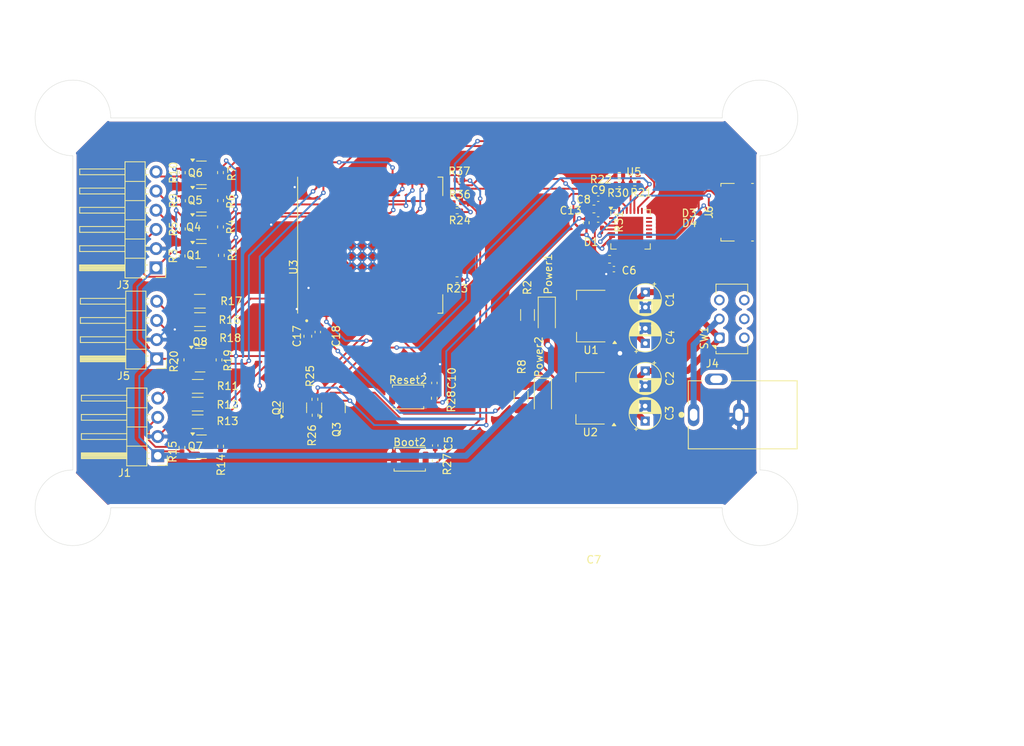
<source format=kicad_pcb>
(kicad_pcb (version 20240108) (generator "pcbnew") (generator_version "8.0")
  (layers (0 "F.Cu" signal) (31 "B.Cu" signal) (34 "B.Paste" user) (35 "F.Paste" user) (36 "B.SilkS" user "B.Silkscreen") (37 "F.SilkS" user "F.Silkscreen") (38 "B.Mask" user) (39 "F.Mask" user) (44 "Edge.Cuts" user))
  (net 0 "")
  (net 1 "GND")
  (net 2 "E_Vcc")
  (net 3 "3v3")
  (net 4 "5v")
  (net 6 "Net-(Power1-K)")
  (net 7 "Net-(Power2-K)")
  (net 28 "Net-(Boot2-Pad2)")
  (net 29 "Net-(C10-Pad1)")
  (net 30 "EN")
  (net 31 "USB_DP")
  (net 32 "Net-(D3-A)")
  (net 33 "USB_DN")
  (net 34 "A0_MQ131")
  (net 35 "D0_MQ131")
  (net 36 "SET_PMS")
  (net 37 "TX_PMS")
  (net 38 "RST_PMS")
  (net 39 "RX_PMS")
  (net 40 "Net-(SW1A-B)")
  (net 41 "D0_MQ4")
  (net 42 "A0_MQ4")
  (net 44 "SET_PMS_3v3")
  (net 45 "RTS")
  (net 46 "Net-(Q2-B)")
  (net 47 "IO0")
  (net 48 "DTR")
  (net 49 "Net-(Q3-B)")
  (net 50 "RX_PMS_3v3")
  (net 51 "TX_PMS_3v3")
  (net 52 "RST_PMS_3v3")
  (net 53 "D0_MQ131_3v3")
  (net 54 "D0_MQ4_3v3")
  (net 55 "Net-(R11-Pad2)")
  (net 56 "A0_MQ131_3v3")
  (net 57 "Net-(R16-Pad2)")
  (net 58 "A0_MQ4_3v3")
  (net 59 "TXD0")
  (net 60 "RXD")
  (net 61 "TXD")
  (net 62 "RXD0")
  (net 63 "IO13")
  (net 64 "IO15")
  (net 65 "CTS")
  (net 66 "Net-(U5-TXD)")
  (net 67 "IO2")
  (net 74 "ACTIVE")
  (net 77 "DSR")
  (net 81 "RI")
  (net 84 "DCD")
  (footprint "Resistor_SMD:R_1206_3216Metric_Pad1.30x1.75mm_HandSolder" (layer "F.Cu") (at 43.61 75.499149)
    (property "Reference" "R11")
    (property "Value" "20K")
  )
  (footprint "LED_SMD:LED_1206_3216Metric_Pad1.42x1.75mm_HandSolder" (layer "F.Cu") (at 89.2625 76.8825 -90)
    (property "Reference" "Power2")
    (property "Value" "LED")
  )
  (footprint "Custom_Library:MODULE_ESP32-WROOM-32UE_M113EH6400UH3Q0_" (layer "F.Cu") (at 66.42 56.82 90)
    (property "Reference" "U3")
    (property "Value" "ESP32-WROOM-32UE_M113EH6400UH3Q0_")
  )
  (footprint "Resistor_SMD:R_0402_1005Metric" (layer "F.Cu") (at 46.63 83.419149 90)
    (property "Reference" "R14")
    (property "Value" "10K")
  )
  (footprint "Capacitor_SMD:C_0603_1608Metric" (layer "F.Cu") (at 98.085001 58.684999 180)
    (property "Reference" "C6")
    (property "Value" "10uF/25V(10%)")
  )
  (footprint "Connector_PinHeader_2.54mm:PinHeader_1x04_P2.54mm_Horizontal" (layer "F.Cu") (at 38.18 71.860001 180)
    (property "Reference" "J5")
    (property "Value" "Conn_01x04_Pin")
  )
  (footprint "Resistor_SMD:R_0402_1005Metric" (layer "F.Cu") (at 46.62 54.41 90)
    (property "Reference" "R4")
    (property "Value" "10K")
  )
  (footprint "MountingHole:MountingHole_3.2mm_M3" (layer "F.Cu") (at 27.05 91.71)
    (property "Reference" "REF**" (hide yes))
    (property "Value" "MountingHole_3.2mm_M3")
  )
  (footprint "Button_Switch_SMD:SW_Push_SPST_NO_Alps_SKRK" (layer "F.Cu") (at 71.43 76.9)
    (property "Reference" "Reset2")
    (property "Value" "SW_Push")
  )
  (footprint "MountingHole:MountingHole_3.2mm_M3" (layer "F.Cu") (at 26.93 39.72)
    (property "Reference" "REF**" (hide yes))
    (property "Value" "MountingHole_3.2mm_M3")
  )
  (footprint "Resistor_SMD:R_0402_1005Metric" (layer "F.Cu") (at 41.405001 71.990001 -90)
    (property "Reference" "R20")
    (property "Value" "10K")
  )
  (footprint "Package_TO_SOT_SMD:SOT-23" (layer "F.Cu") (at 44.0925 47.26)
    (property "Reference" "Q6")
    (property "Value" "2N7002")
  )
  (footprint "Capacitor_SMD:C_0603_1608Metric" (layer "F.Cu") (at 58.17 68.87 90)
    (property "Reference" "C17")
    (property "Value" "100uF/6.3V(20%)")
  )
  (footprint "Resistor_SMD:R_0402_1005Metric" (layer "F.Cu") (at 59.13 79.32 90)
    (property "Reference" "R26")
    (property "Value" "12K(1%)")
  )
  (footprint "Button_Switch_THT:SW_CK_JS202011AQN_DPDT_Angled" (layer "F.Cu") (at 112.610001 69.08 90)
    (property "Reference" "SW1")
    (property "Value" "SW_DPDT_x2")
  )
  (footprint "Resistor_SMD:R_1206_3216Metric_Pad1.30x1.75mm_HandSolder" (layer "F.Cu") (at 43.905 66.670001)
    (property "Reference" "R16")
    (property "Value" "20K")
  )
  (footprint "Resistor_SMD:R_1206_3216Metric_Pad1.30x1.75mm_HandSolder" (layer "F.Cu") (at 43.895001 69.050001 180)
    (property "Reference" "R18")
    (property "Value" "10K")
  )
  (footprint "Resistor_SMD:R_0402_1005Metric" (layer "F.Cu") (at 46.73 58.17 90)
    (property "Reference" "R1")
    (property "Value" "10K")
  )
  (footprint "Capacitor_THT:CP_Radial_D4.0mm_P2.00mm" (layer "F.Cu") (at 102.82 63.034703 -90)
    (property "Reference" "C1")
    (property "Value" "10uF")
  )
  (footprint "Diode_SMD:D_0402_1005Metric" (layer "F.Cu") (at 110.510001 53.794999)
    (property "Reference" "D3")
    (property "Value" "1N5819")
  )
  (footprint "MountingHole:MountingHole_3.2mm_M3" (layer "F.Cu") (at 118.26 39.72)
    (property "Reference" "REF**" (hide yes))
    (property "Value" "MountingHole_3.2mm_M3")
  )
  (footprint "Resistor_SMD:R_0402_1005Metric" (layer "F.Cu") (at 59.1 77.21 90)
    (property "Reference" "R25")
    (property "Value" "12K(1%)")
  )
  (footprint "Capacitor_SMD:C_0402_1005Metric" (layer "F.Cu") (at 98.660001 59.984999 180)
    (property "Reference" "C7")
    (property "Value" "0.1uF/25V(10%)")
  )
  (footprint "Resistor_SMD:R_0402_1005Metric" (layer "F.Cu") (at 74.9 77.07 90)
    (property "Reference" "R28")
    (property "Value" "470R(1%)")
  )
  (footprint "Resistor_SMD:R_0402_1005Metric" (layer "F.Cu") (at 41.57 54.68 90)
    (property "Reference" "R5")
    (property "Value" "10K")
  )
  (footprint "Diode_SMD:D_0402_1005Metric" (layer "F.Cu") (at 110.530001 52.624999 180)
    (property "Reference" "D4")
    (property "Value" "ESD05V88D-LC")
  )
  (footprint "Resistor_SMD:R_0402_1005Metric" (layer "F.Cu") (at 46.6125 47.22 90)
    (property "Reference" "R7")
    (property "Value" "10K")
  )
  (footprint "Capacitor_SMD:C_0402_1005Metric" (layer "F.Cu") (at 96.575001 53.424999)
    (property "Reference" "C13")
    (property "Value" "1nF/50V(10%)")
  )
  (footprint "Capacitor_SMD:C_0402_1005Metric" (layer "F.Cu") (at 74.91 75.05 90)
    (property "Reference" "C10")
    (property "Value" "1nF/50V(10%)")
  )
  (footprint "Resistor_SMD:R_0402_1005Metric" (layer "F.Cu") (at 41.52 83.579149 -90)
    (property "Reference" "R15")
    (property "Value" "10K")
  )
  (footprint "Package_TO_SOT_SMD:SOT-23" (layer "F.Cu") (at 44.1 83.489149)
    (property "Reference" "Q7")
    (property "Value" "2N7002")
  )
  (footprint "Package_TO_SOT_SMD:SOT-23" (layer "F.Cu") (at 43.915001 72.030001)
    (property "Reference" "Q8")
    (property "Value" "2N7002")
  )
  (footprint "Resistor_SMD:R_0402_1005Metric" (layer "F.Cu") (at 101.41 48.6 180)
    (property "Reference" "R21")
    (property "Value" "0R(1%)")
  )
  (footprint "Capacitor_THT:CP_Radial_D4.0mm_P2.00mm" (layer "F.Cu") (at 102.79 80.092501 90)
    (property "Reference" "C3")
    (property "Value" "22uF")
  )
  (footprint "Custom_Library:CUI_PJ-102AH" (layer "F.Cu") (at 115.7 79.26)
    (property "Reference" "J4")
    (property "Value" "PJ-102AH")
  )
  (footprint "Capacitor_SMD:C_0603_1608Metric" (layer "F.Cu") (at 96.015001 52.034999)
    (property "Reference" "C8")
    (property "Value" "10uF/25V(10%)")
  )
  (footprint "Resistor_SMD:R_0402_1005Metric" (layer "F.Cu") (at 41.5825 50.952501 90)
    (property "Reference" "R9")
    (property "Value" "10K")
  )
  (footprint "LED_SMD:LED_1206_3216Metric_Pad1.42x1.75mm_HandSolder" (layer "F.Cu") (at 89.78 66.154802 -90)
    (property "Reference" "Power1")
    (property "Value" "LED")
  )
  (footprint "Resistor_SMD:R_0402_1005Metric" (layer "F.Cu") (at 77.92 52.29 180)
    (property "Reference" "R24")
    (property "Value" "0R(1%)(NC)")
  )
  (footprint "Resistor_SMD:R_0402_1005Metric" (layer "F.Cu") (at 95.000001 53.854999 -90)
    (property "Reference" "R31")
    (property "Value" "12K(1%)")
  )
  (footprint "Resistor_SMD:R_1206_3216Metric_Pad1.30x1.75mm_HandSolder" (layer "F.Cu") (at 43.6 80.179149 180)
    (property "Reference" "R13")
    (property "Value" "10K")
  )
  (footprint "Capacitor_SMD:C_0402_1005Metric" (layer "F.Cu") (at 96.585 50.674998)
    (property "Reference" "C9")
    (property "Value" "0.1uF/25V(10%)")
  )
  (footprint "Package_TO_SOT_SMD:SOT-23" (layer "F.Cu") (at 44.0925 58.16)
    (property "Reference" "Q1")
    (property "Value" "2N7002")
  )
  (footprint "Button_Switch_SMD:SW_Push_SPST_NO_Alps_SKRK" (layer "F.Cu") (at 71.65 85.14)
    (property "Reference" "Boot2")
    (property "Value" "SW_Push")
  )
  (footprint "Resistor_SMD:R_1206_3216Metric_Pad1.30x1.75mm_HandSolder" (layer "F.Cu") (at 43.885 64.240001 180)
    (property "Reference" "R17")
    (property "Value" "20K")
  )
  (footprint "Capacitor_SMD:C_0402_1005Metric" (layer "F.Cu") (at 99.379999 48.72 180)
    (property "Reference" "R30")
    (property "Value" "470R(1%)")
  )
  (footprint "Package_TO_SOT_SMD:SOT-23" (layer "F.Cu") (at 56.45 78.3275 90)
    (property "Reference" "Q2")
    (property "Value" "S8050")
  )
  (footprint "MountingHole:MountingHole_3.2mm_M3" (layer "F.Cu") (at 117.92 91.82)
    (property "Reference" "REF**" (hide yes))
    (property "Value" "MountingHole_3.2mm_M3")
  )
  (footprint "Resistor_SMD:R_0402_1005Metric" (layer "F.Cu") (at 46.6325 50.922501 90)
    (property "Reference" "R6")
    (property "Value" "10K")
  )
  (footprint "Resistor_SMD:R_0402_1005Metric" (layer "F.Cu") (at 41.5625 47.23 90)
    (property "Reference" "R10")
    (property "Value" "10K")
  )
  (footprint "Package_TO_SOT_SMD:SOT-223-3_TabPin2" (layer "F.Cu") (at 95.63 66.2025 180)
    (property "Reference" "U1")
    (property "Value" "AMS1117-5.0")
  )
  (footprint "Package_DFN_QFN:QFN-28-1EP_5x5mm_P0.5mm_EP3.35x3.35mm" (layer "F.Cu") (at 100.860001 54.734999)
    (property "Reference" "U5")
    (property "Value" "CP2102N-A01-GQFN28")
  )
  (footprint "Resistor_SMD:R_1206_3216Metric_Pad1.30x1.75mm_HandSolder" (layer "F.Cu") (at 86.38 76.8525 -90)
    (property "Reference" "R8")
    (property "Value" "10K")
  )
  (footprint "Resistor_SMD:R_0402_1005Metric" (layer "F.Cu") (at 77.91 61.39 180)
    (property "Reference" "R23")
    (property "Value" "0R(1%)(NC)")
  )
  (footprint "Resistor_SMD:R_0402_1005Metric" (layer "F.Cu") (at 77.95 51.2)
    (property "Reference" "R36")
    (property "Value" "5K(1%)(NC)")
  )
  (footprint "Resistor_SMD:R_0402_1005Metric" (layer "F.Cu") (at 78.21 48.21)
    (property "Reference" "R37")
    (property "Value" "5K(1%)(NC)")
  )
  (footprint "Connector_USB:USB_Micro-B_Molex_47346-0001" (layer "F.Cu") (at 114.52 52.464999 90)
    (property "Reference" "J6")
    (property "Value" "USB_B_Micro")
  )
  (footprint "Package_TO_SOT_SMD:SOT-23" (layer "F.Cu") (at 44.0825 54.4975)
    (property "Reference" "Q4")
    (property "Value" "2N7002")
  )
  (footprint "Resistor_SMD:R_1206_3216Metric_Pad1.30x1.75mm_HandSolder" (layer "F.Cu") (at 87.23 66.057302 -90)
    (property "Reference" "R2")
    (property "Value" "10K")
  )
  (footprint "Connector_PinHeader_2.54mm:PinHeader_1x06_P2.54mm_Horizontal" (layer "F.Cu") (at 38.09 59.82 180)
    (property "Reference" "J3")
    (property "Value" "Conn_01x06_Pin")
  )
  (footprint "Resistor_SMD:R_0402_1005Metric" (layer "F.Cu") (at 41.53 58.25 90)
    (property "Reference" "R3")
    (property "Value" "10K")
  )
  (footprint "Resistor_SMD:R_0402_1005Metric" (layer "F.Cu") (at 99.369999 47.59 180)
    (property "Reference" "R22")
    (property "Value" "0R(1%)")
  )
  (footprint "Package_TO_SOT_SMD:SOT-23" (layer "F.Cu") (at 44.0925 50.8875)
    (property "Reference" "Q5")
    (property "Value" "2N7002")
  )
  (footprint "Resistor_SMD:R_0402_1005Metric" (layer "F.Cu") (at 46.425001 72.000002 90)
    (property "Reference" "R19")
    (property "Value" "10K")
  )
  (footprint "Capacitor_THT:CP_Radial_D4.0mm_P2.00mm" (layer "F.Cu") (at 102.81 69.819902 90)
    (property "Reference" "C4")
    (property "Value" "22uF")
  )
  (footprint "Capacitor_THT:CP_Radial_D4.0mm_P2.00mm" (layer "F.Cu") (at 102.81 73.462499 -90)
    (property "Reference" "C2")
    (property "Value" "10uF")
  )
  (footprint "Diode_SMD:D_0402_1005Metric" (layer "F.Cu") (at 96.620001 54.554999 180)
    (property "Reference" "D1")
    (property "Value" "ESD05V88D-LC")
  )
  (footprint "Package_TO_SOT_SMD:SOT-23" (layer "F.Cu") (at 61.56 78.34 90)
    (property "Reference" "Q3")
    (property "Value" "S8050")
  )
  (footprint "Package_TO_SOT_SMD:SOT-223-3_TabPin2" (layer "F.Cu") (at 95.54 77.0749 180)
    (property "Reference" "U2")
    (property "Value" "AMS1117-3.3")
  )
  (footprint "Connector_PinHeader_2.54mm:PinHeader_1x04_P2.54mm_Horizontal" (layer "F.Cu") (at 38.315 84.679149 180)
    (property "Reference" "J1")
    (property "Value" "Conn_01x04_Pin")
  )
  (footprint "Capacitor_SMD:C_0402_1005Metric" (layer "F.Cu") (at 59.49 68.31 90)
    (property "Reference" "C18")
    (property "Value" "1uF/10V(10%)")
  )
  (footprint "Capacitor_SMD:C_0402_1005Metric" (layer "F.Cu") (at 75.02 83.32 90)
    (property "Reference" "C5")
    (property "Value" "1nF/50V(10%)")
  )
  (footprint "Resistor_SMD:R_1206_3216Metric_Pad1.30x1.75mm_HandSolder" (layer "F.Cu") (at 43.59 77.849149 180)
    (property "Reference" "R12")
    (property "Value" "20K")
  )
  (footprint "Resistor_SMD:R_0402_1005Metric" (layer "F.Cu") (at 75.02 85.31 90)
    (property "Reference" "R27")
    (property "Value" "470R(1%)")
  )
  (gr_line (start 112.979641 39.99) (end 32.090089 39.99) (stroke (width 0.05)) (layer "Edge.Cuts"))
  (gr_arc (start 112.979641 39.99) (mid 121.515788 36.454212) (end 117.98 44.990359) (stroke (width 0.05)) (layer "Edge.Cuts"))
  (gr_arc (start 27.09 44.990089) (mid 23.554403 36.454403) (end 32.090089 39.99) (stroke (width 0.05)) (layer "Edge.Cuts"))
  (gr_arc (start 32.090009 91.56) (mid 23.55446 95.09554) (end 27.09 86.559991) (stroke (width 0.05)) (layer "Edge.Cuts"))
  (gr_line (start 32.090009 91.56) (end 112.979751 91.56) (stroke (width 0.05)) (layer "Edge.Cuts"))
  (gr_line (start 117.98 86.559751) (end 117.98 44.990359) (stroke (width 0.05)) (layer "Edge.Cuts"))
  (gr_arc (start 117.98 86.559751) (mid 121.51571 95.09571) (end 112.979751 91.56) (stroke (width 0.05)) (layer "Edge.Cuts"))
  (gr_line (start 27.09 44.990089) (end 27.09 86.559991) (stroke (width 0.05)) (layer "Edge.Cuts"))
  (segment (start 58.17 68.095) (end 58.17 65.73) (width 0.25) (layer "F.Cu") (net 1))
  (segment (start 113.06 51.164999) (end 113.06 50.062499) (width 0.25) (layer "F.Cu") (net 1))
  (segment (start 109.88 50.716116) (end 109.88 52.459998) (width 0.25) (layer "F.Cu") (net 1))
  (segment (start 74.16 73.82) (end 74.91 74.57) (width 0.25) (layer "F.Cu") (net 1))
  (segment (start 89.79 72.02) (end 95.2625 72.02) (width 0.8) (layer "F.Cu") (net 1))
  (segment (start 80.51 52.376116) (end 80.51 61.05) (width 0.25) (layer "F.Cu") (net 1))
  (segment (start 110.951116 49.645) (end 109.88 50.716116) (width 0.25) (layer "F.Cu") (net 1))
  (segment (start 59.49 67.83) (end 58.435 67.83) (width 0.25) (layer "F.Cu") (net 1))
  (segment (start 113.145 54.952499) (end 114.832501 54.952499) (width 0.8) (layer "F.Cu") (net 1))
  (segment (start 97.065 50.674998) (end 97.065 51.76) (width 0.3) (layer "F.Cu") (net 1))
  (segment (start 57.71 65.27) (end 58.01 65.57) (width 0.25) (layer "F.Cu") (net 1))
  (segment (start 56.71 65.27) (end 57.71 65.27) (width 0.25) (layer "F.Cu") (net 1))
  (segment (start 58.17 65.73) (end 58.01 65.57) (width 0.25) (layer "F.Cu") (net 1))
  (segment (start 109.88 52.459998) (end 110.045001 52.624999) (width 0.25) (layer "F.Cu") (net 1))
  (segment (start 95.2625 72.02) (end 98.78 68.5025) (width 0.8) (layer "F.Cu") (net 1))
  (segment (start 66.75 59.72) (end 69.56 62.53) (width 0.25) (layer "F.Cu") (net 1))
  (segment (start 72.41 73.82) (end 73.62 73.82) (width 0.25) (layer "F.Cu") (net 1))
  (segment (start 98.180001 59.554999) (end 97.310001 58.684999) (width 0.25) (layer "F.Cu") (net 1))
  (segment (start 63.95 59.72) (end 61.02 59.72) (width 0.25) (layer "F.Cu") (net 1))
  (segment (start 99.46 71.12) (end 99.46 69.1825) (width 0.8) (layer "F.Cu") (net 1))
  (segment (start 115.72 53.614999) (end 115.72 55.839998) (width 0.8) (layer "F.Cu") (net 1))
  (segment (start 96.135001 57.509999) (end 96.135001 54.554999) (width 0.25) (layer "F.Cu") (net 1))
  (segment (start 75.77 62.53) (end 75.77 72.45) (width 0.25) (layer "F.Cu") (net 1))
  (segment (start 114.832501 54.952499) (end 115.720001 55.839999) (width 0.8) (layer "F.Cu") (net 1))
  (segment (start 42.049999 80.179149) (end 40.275 80.179149) (width 0.25) (layer "F.Cu") (net 1))
  (segment (start 56.94 49.14) (end 58.01 48.07) (width 0.25) (layer "F.Cu") (net 1))
  (segment (start 113.06 50.062499) (end 113.145 49.977499) (width 0.25) (layer "F.Cu") (net 1))
  (segment (start 115.72 55.839998) (end 115.720001 55.839999) (width 0.8) (layer "F.Cu") (net 1))
  (segment (start 98.180001 60.410001) (end 98.180001 59.984999) (width 0.3) (layer "F.Cu") (net 1))
  (segment (start 99.46 69.1825) (end 98.78 68.5025) (width 0.8) (layer "F.Cu") (net 1))
  (segment (start 53.32 54.1) (end 58.33 54.1) (width 0.25) (layer "F.Cu") (net 1))
  (segment (start 79.333884 51.2) (end 80.51 52.376116) (width 0.25) (layer "F.Cu") (net 1))
  (segment (start 97.865001 54.234999) (end 98.410001 54.234999) (width 0.25) (layer "F.Cu") (net 1))
  (segment (start 115.720001 50.914999) (end 115.720001 50.244999) (width 0.8) (layer "F.Cu") (net 1))
  (segment (start 98.180001 59.984999) (end 98.180001 59.554999) (width 0.25) (layer "F.Cu") (net 1))
  (segment (start 41.650001 69.050001) (end 40.57 67.97) (width 0.25) (layer "F.Cu") (net 1))
  (segment (start 97.055001 53.424999) (end 97.865001 54.234999) (width 0.25) (layer "F.Cu") (net 1))
  (segment (start 111.540001 49.645) (end 110.951116 49.645) (width 0.25) (layer "F.Cu") (net 1))
  (segment (start 87.23 69.46) (end 89.79 72.02) (width 0.8) (layer "F.Cu") (net 1))
  (segment (start 40.275 80.179149) (end 38.315 82.139149) (width 0.25) (layer "F.Cu") (net 1))
  (segment (start 79.03 62.53) (end 75.77 62.53) (width 0.25) (layer "F.Cu") (net 1))
  (segment (start 80.51 61.05) (end 79.03 62.53) (width 0.25) (layer "F.Cu") (net 1))
  (segment (start 87.23 67.607303) (end 87.23 69.46) (width 0.8) (layer "F.Cu") (net 1))
  (segment (start 97.055001 53.612695) (end 97.055001 53.424999) (width 0.25) (layer "F.Cu") (net 1))
  (segment (start 97.869999 60.410001) (end 97.64 60.64) (width 0.3) (layer "F.Cu") (net 1))
  (segment (start 113.145 49.977499) (end 114.832501 49.977499) (width 0.8) (layer "F.Cu") (net 1))
  (segment (start 98.3824 79.6825) (end 98.69 79.3749) (width 0.8) (layer "F.Cu") (net 1))
  (segment (start 75.77 72.45) (end 75.65 72.57) (width 0.25) (layer "F.Cu") (net 1))
  (segment (start 97.065 51.76) (end 96.790001 52.034999) (width 0.3) (layer "F.Cu") (net 1))
  (segment (start 100.360001 54.234999) (end 100.860001 54.734999) (width 0.25) (layer "F.Cu") (net 1))
  (segment (start 56.43 49.14) (end 56.94 49.14) (width 0.25) (layer "F.Cu") (net 1))
  (segment (start 115.720001 50.244999) (end 115.720001 49.089999) (width 0.8) (layer "F.Cu") (net 1))
  (segment (start 110.045001 52.624999) (end 110.045001 52.305) (width 0.3) (layer "F.Cu") (net 1))
  (segment (start 98.410001 54.234999) (end 100.360001 54.234999) (width 0.25) (layer "F.Cu") (net 1))
  (segment (start 61.02 59.72) (end 58.26 62.48) (width 0.25) (layer "F.Cu") (net 1))
  (segment (start 114.832501 49.977499) (end 115.720001 49.089999) (width 0.8) (layer "F.Cu") (net 1))
  (segment (start 58.33 54.1) (end 63.95 59.72) (width 0.25) (layer "F.Cu") (net 1))
  (segment (start 96.135001 54.554999) (end 96.135001 54.532695) (width 0.25) (layer "F.Cu") (net 1))
  (segment (start 78.459999 51.2) (end 79.333884 51.2) (width 0.25) (layer "F.Cu") (net 1))
  (segment (start 115.72 50.245) (end 115.720001 50.244999) (width 0.8) (layer "F.Cu") (net 1))
  (segment (start 58.435 67.83) (end 58.17 68.095) (width 0.25) (layer "F.Cu") (net 1))
  (segment (start 69.33 76.9) (end 72.41 73.82) (width 0.25) (layer "F.Cu") (net 1))
  (segment (start 96.790001 53.159999) (end 97.055001 53.424999) (width 0.3) (layer "F.Cu") (net 1))
  (segment (start 42.345 69.050001) (end 41.650001 69.050001) (width 0.25) (layer "F.Cu") (net 1))
  (segment (start 96.790001 52.034999) (end 96.790001 53.159999) (width 0.3) (layer "F.Cu") (net 1))
  (segment (start 115.72 53.614999) (end 115.72 50.245) (width 0.8) (layer "F.Cu") (net 1))
  (segment (start 96.135001 54.532695) (end 97.055001 53.612695) (width 0.25) (layer "F.Cu") (net 1))
  (segment (start 87.659999 79.6825) (end 98.3824 79.6825) (width 0.8) (layer "F.Cu") (net 1))
  (segment (start 113.06 51.164999) (end 111.540001 49.645) (width 0.25) (layer "F.Cu") (net 1))
  (segment (start 69.56 62.53) (end 75.77 62.53) (width 0.25) (layer "F.Cu") (net 1))
  (segment (start 97.310001 58.684999) (end 96.135001 57.509999) (width 0.25) (layer "F.Cu") (net 1))
  (segment (start 98.180001 60.410001) (end 97.869999 60.410001) (width 0.3) (layer "F.Cu") (net 1))
  (segment (start 73.62 73.82) (end 74.16 73.82) (width 0.25) (layer "F.Cu") (net 1))
  (segment (start 86.38 78.402501) (end 87.659999 79.6825) (width 0.8) (layer "F.Cu") (net 1))
  (via (at 99.46 71.12) (size 0.8) (drill 0.6) (layers "F.Cu" "B.Cu") (net 1))
  (via (at 40.57 67.97) (size 0.6) (drill 0.3) (layers "F.Cu" "B.Cu") (net 1))
  (via (at 75.65 72.57) (size 0.6) (drill 0.3) (layers "F.Cu" "B.Cu") (net 1))
  (via (at 56.71 65.27) (size 0.6) (drill 0.3) (layers "F.Cu" "B.Cu") (net 1))
  (via (at 73.62 73.82) (size 0.6) (drill 0.3) (layers "F.Cu" "B.Cu") (net 1))
  (via (at 58.26 62.48) (size 0.6) (drill 0.3) (layers "F.Cu" "B.Cu") (net 1))
  (via (at 97.64 60.64) (size 0.6) (drill 0.3) (layers "F.Cu" "B.Cu") (net 1))
  (via (at 56.43 49.14) (size 0.6) (drill 0.3) (layers "F.Cu" "B.Cu") (net 1))
  (via (at 53.32 54.1) (size 0.6) (drill 0.3) (layers "F.Cu" "B.Cu") (net 1))
  (segment (start 102.82 67.809901) (end 102.81 67.819901) (width 0.8) (layer "B.Cu") (net 1))
  (segment (start 102.81 75.4625) (end 103.658528 75.4625) (width 0.8) (layer "B.Cu") (net 1))
  (segment (start 97.75 60.75) (end 98.535296 60.75) (width 0.3) (layer "B.Cu") (net 1))
  (segment (start 97.64 60.64) (end 97.75 60.75) (width 0.3) (layer "B.Cu") (net 1))
  (segment (start 104.01 68.57) (end 103.259901 67.819901) (width 0.8) (layer "B.Cu") (net 1))
  (segment (start 104.01 75.111028) (end 104.01 71.49) (width 0.8) (layer "B.Cu") (net 1))
  (segment (start 104.01 71.49) (end 99.83 71.49) (width 0.8) (layer "B.Cu") (net 1))
  (segment (start 103.638528 78.0925) (end 102.79 78.0925) (width 0.8) (layer "B.Cu") (net 1))
  (segment (start 98.535296 60.75) (end 102.82 65.034704) (width 0.3) (layer "B.Cu") (net 1))
  (segment (start 104.01 71.49) (end 104.01 68.57) (width 0.8) (layer "B.Cu") (net 1))
  (segment (start 102.81 75.4625) (end 102.81 78.0725) (width 0.8) (layer "B.Cu") (net 1))
  (segment (start 103.658528 75.4625) (end 104.01 75.111028) (width 0.8) (layer "B.Cu") (net 1))
  (segment (start 102.82 65.034704) (end 102.82 67.809901) (width 0.8) (layer "B.Cu") (net 1))
  (segment (start 102.81 78.0725) (end 102.79 78.0925) (width 0.8) (layer "B.Cu") (net 1))
  (segment (start 40.57 67.97) (end 39.530001 67.97) (width 0.25) (layer "B.Cu") (net 1))
  (segment (start 99.83 71.49) (end 99.46 71.12) (width 0.8) (layer "B.Cu") (net 1))
  (segment (start 39.530001 67.97) (end 38.18 69.320001) (width 0.25) (layer "B.Cu") (net 1))
  (segment (start 56.43 50.99) (end 56.43 49.14) (width 0.25) (layer "B.Cu") (net 1))
  (segment (start 74.87 72.57) (end 73.62 73.82) (width 0.25) (layer "B.Cu") (net 1))
  (segment (start 56.71 64.03) (end 56.71 65.27) (width 0.25) (layer "B.Cu") (net 1))
  (segment (start 58.26 62.48) (end 56.71 64.03) (width 0.25) (layer "B.Cu") (net 1))
  (segment (start 112.61 81.85) (end 107.396028 81.85) (width 0.8) (layer "B.Cu") (net 1))
  (segment (start 53.32 54.1) (end 56.43 50.99) (width 0.25) (layer "B.Cu") (net 1))
  (segment (start 103.259901 67.819901) (end 102.81 67.819901) (width 0.8) (layer "B.Cu") (net 1))
  (segment (start 75.65 72.57) (end 74.87 72.57) (width 0.25) (layer "B.Cu") (net 1))
  (segment (start 107.396028 81.85) (end 103.638528 78.0925) (width 0.8) (layer "B.Cu") (net 1))
  (segment (start 115.2 79.26) (end 112.61 81.85) (width 0.8) (layer "B.Cu") (net 1))
  (segment (start 112.610001 69.229999) (end 108.377501 73.462499) (width 0.8) (layer "F.Cu") (net 2))
  (segment (start 98.78 63.9025) (end 101.952203 63.9025) (width 0.8) (layer "F.Cu") (net 2))
  (segment (start 108.377501 73.462499) (end 102.81 73.462499) (width 0.8) (layer "F.Cu") (net 2))
  (segment (start 101.497599 74.7749) (end 102.81 73.462499) (width 0.8) (layer "F.Cu") (net 2))
  (segment (start 102.82 63.034703) (end 106.564704 63.034703) (width 0.8) (layer "F.Cu") (net 2))
  (segment (start 98.69 74.7749) (end 101.497599 74.7749) (width 0.8) (layer "F.Cu") (net 2))
  (segment (start 101.952203 63.9025) (end 102.82 63.034703) (width 0.8) (layer "F.Cu") (net 2))
  (segment (start 112.610001 69.08) (end 112.610001 69.229999) (width 0.8) (layer "F.Cu") (net 2))
  (segment (start 106.564704 63.034703) (end 112.610001 69.08) (width 0.8) (layer "F.Cu") (net 2))
  (segment (start 93.874998 54.364998) (end 93.41 53.9) (width 0.3) (layer "F.Cu") (net 3))
  (segment (start 46.6325 50.412502) (end 48.657498 50.412502) (width 0.25) (layer "F.Cu") (net 3))
  (segment (start 46.212499 46.31) (end 46.6125 46.710001) (width 0.25) (layer "F.Cu") (net 3))
  (segment (start 84.85 77.05) (end 87.9425 77.05) (width 0.25) (layer "F.Cu") (net 3))
  (segment (start 92.390001 77.0749) (end 90.5576 77.0749) (width 0.8) (layer "F.Cu") (net 3))
  (segment (start 48.66 71.490003) (end 56.324997 71.490003) (width 0.25) (layer "F.Cu") (net 3))
  (segment (start 95.030001 55.454999) (end 95.030001 54.394998) (width 0.3) (layer "F.Cu") (net 3))
  (segment (start 60.125 68.405) (end 59.74 68.79) (width 0.25) (layer "F.Cu") (net 3))
  (segment (start 59.49 68.79) (end 59.025 68.79) (width 0.25) (layer "F.Cu") (net 3))
  (segment (start 46.63 82.90915) (end 46.63 80.09) (width 0.25) (layer "F.Cu") (net 3))
  (segment (start 99.772399 77.0749) (end 102.79 80.092501) (width 0.8) (layer "F.Cu") (net 3))
  (segment (start 46.157498 49.9375) (end 46.6325 50.412502) (width 0.25) (layer "F.Cu") (net 3))
  (segment (start 60.125 67.49351) (end 60.125 68.405) (width 0.25) (layer "F.Cu") (net 3))
  (segment (start 45.315909 71.080001) (end 45.725911 71.490003) (width 0.25) (layer "F.Cu") (net 3))
  (segment (start 78.395001 48.905) (end 77.700001 48.21) (width 0.25) (layer "F.Cu") (net 3))
  (segment (start 83.17 78.73) (end 84.85 77.05) (width 0.25) (layer "F.Cu") (net 3))
  (segment (start 46.63 80.09) (end 48.62 78.1) (width 0.25) (layer "F.Cu") (net 3))
  (segment (start 92.390001 76.020001) (end 92.390001 77.0749) (width 0.3) (layer "F.Cu") (net 3))
  (segment (start 47.37 45.952501) (end 46.6125 46.710001) (width 0.25) (layer "F.Cu") (net 3))
  (segment (start 59.28 66.64851) (end 60.125 67.49351) (width 0.25) (layer "F.Cu") (net 3))
  (segment (start 96.105 50.674998) (end 96.105 51.17) (width 0.3) (layer "F.Cu") (net 3))
  (segment (start 93.615001 52.034999) (end 95.240001 52.034999) (width 0.3) (layer "F.Cu") (net 3))
  (segment (start 56.324997 71.490003) (end 58.17 69.645) (width 0.25) (layer "F.Cu") (net 3))
  (segment (start 46.819999 57.660001) (end 48.66 55.82) (width 0.25) (layer "F.Cu") (net 3))
  (segment (start 95.030001 54.394998) (end 95.000001 54.364998) (width 0.3) (layer "F.Cu") (net 3))
  (segment (start 97.1 57.27) (end 97.1 57.045) (width 0.3) (layer "F.Cu") (net 3))
  (segment (start 43.155 46.31) (end 46.212499 46.31) (width 0.25) (layer "F.Cu") (net 3))
  (segment (start 59.025 68.79) (end 58.17 69.645) (width 0.25) (layer "F.Cu") (net 3))
  (segment (start 46.425001 71.490003) (end 48.66 71.490003) (width 0.25) (layer "F.Cu") (net 3))
  (segment (start 48.657498 50.412502) (end 48.66 50.41) (width 0.25) (layer "F.Cu") (net 3))
  (segment (start 95.030001 55.454999) (end 93.145001 55.454999) (width 0.3) (layer "F.Cu") (net 3))
  (segment (start 43.145 53.5475) (end 45.483408 53.5475) (width 0.25) (layer "F.Cu") (net 3))
  (segment (start 42.977501 71.080001) (end 45.315909 71.080001) (width 0.25) (layer "F.Cu") (net 3))
  (segment (start 46.62 53.900001) (end 46.774202 53.900001) (width 0.25) (layer "F.Cu") (net 3))
  (segment (start 82.98 78.73) (end 83.17 78.73) (width 0.25) (layer "F.Cu") (net 3))
  (segment (start 47.37 45.64) (end 47.37 45.952501) (width 0.25) (layer "F.Cu") (net 3))
  (segment (start 80.723884 48.06) (end 79.878884 48.905) (width 0.25) (layer "F.Cu") (net 3))
  (segment (start 59.28 65.57) (end 59.28 66.64851) (width 0.25) (layer "F.Cu") (net 3))
  (segment (start 85.48 63.12) (end 85.48 69.11) (width 0.3) (layer "F.Cu") (net 3))
  (segment (start 79.878884 48.905) (end 78.395001 48.905) (width 0.25) (layer "F.Cu") (net 3))
  (segment (start 46.279999 57.21) (end 46.73 57.660001) (width 0.25) (layer "F.Cu") (net 3))
  (segment (start 87.9425 77.05) (end 89.2625 78.37) (width 0.25) (layer "F.Cu") (net 3))
  (segment (start 98.689999 77.0749) (end 99.772399 77.0749) (width 0.8) (layer "F.Cu") (net 3))
  (segment (start 46.73 57.660001) (end 46.73 57.63) (width 0.25) (layer "F.Cu") (net 3))
  (segment (start 46.73 57.660001) (end 46.819999 57.660001) (width 0.25) (layer "F.Cu") (net 3))
  (segment (start 45.725911 71.490003) (end 46.425001 71.490003) (width 0.25) (layer "F.Cu") (net 3))
  (segment (start 93.3 52.35) (end 93.41 52.46) (width 0.25) (layer "F.Cu") (net 3))
  (segment (start 95.000001 54.364998) (end 93.874998 54.364998) (width 0.3) (layer "F.Cu") (net 3))
  (segment (start 93.41 52.24) (end 93.615001 52.034999) (width 0.3) (layer "F.Cu") (net 3))
  (segment (start 98.689999 77.0749) (end 92.390001 77.0749) (width 0.8) (layer "F.Cu") (net 3))
  (segment (start 46.774202 53.900001) (end 48.606053 52.06815) (width 0.25) (layer "F.Cu") (net 3))
  (segment (start 85.48 69.11) (end 92.390001 76.020001) (width 0.3) (layer "F.Cu") (net 3))
  (segment (start 90.5576 77.0749) (end 89.2625 78.37) (width 0.8) (layer "F.Cu") (net 3))
  (segment (start 46.259999 82.539149) (end 46.63 82.90915) (width 0.25) (layer "F.Cu") (net 3))
  (segment (start 96.105 51.17) (end 95.240001 52.034999) (width 0.3) (layer "F.Cu") (net 3))
  (segment (start 93.145001 55.454999) (end 85.48 63.12) (width 0.3) (layer "F.Cu") (net 3))
  (segment (start 59.74 68.79) (end 59.49 68.79) (width 0.25) (layer "F.Cu") (net 3))
  (segment (start 43.1625 82.539149) (end 46.259999 82.539149) (width 0.25) (layer "F.Cu") (net 3))
  (segment (start 45.835909 53.900001) (end 46.62 53.900001) (width 0.25) (layer "F.Cu") (net 3))
  (segment (start 43.155 57.21) (end 46.279999 57.21) (width 0.25) (layer "F.Cu") (net 3))
  (segment (start 97.1 57.045) (end 98.410001 55.734999) (width 0.3) (layer "F.Cu") (net 3))
  (segment (start 45.483408 53.5475) (end 45.835909 53.900001) (width 0.25) (layer "F.Cu") (net 3))
  (segment (start 93.41 52.46) (end 93.41 52.24) (width 0.3) (layer "F.Cu") (net 3))
  (segment (start 93.3 51.22) (end 93.3 52.35) (width 0.25) (layer "F.Cu") (net 3))
  (segment (start 93.41 53.9) (end 93.41 52.46) (width 0.3) (layer "F.Cu") (net 3))
  (segment (start 91.66 48.06) (end 80.723884 48.06) (width 0.25) (layer "F.Cu") (net 3))
  (segment (start 60.11 68.79) (end 62.14 70.82) (width 0.25) (layer "F.Cu") (net 3))
  (segment (start 43.155 49.9375) (end 46.157498 49.9375) (width 0.25) (layer "F.Cu") (net 3))
  (segment (start 59.49 68.79) (end 60.11 68.79) (width 0.25) (layer "F.Cu") (net 3))
  (segment (start 92.27 48.67) (end 91.66 48.06) (width 0.25) (layer "F.Cu") (net 3))
  (via (at 48.66 55.82) (size 0.6) (drill 0.3) (layers "F.Cu" "B.Cu") (net 3))
  (via (at 48.66 71.490003) (size 0.6) (drill 0.3) (layers "F.Cu" "B.Cu") (net 3))
  (via (at 48.62 78.1) (size 0.6) (drill 0.3) (layers "F.Cu" "B.Cu") (net 3))
  (via (at 92.27 48.67) (size 0.6) (drill 0.3) (layers "F.Cu" "B.Cu") (net 3))
  (via (at 93.3 51.22) (size 0.6) (drill 0.3) (layers "F.Cu" "B.Cu") (net 3))
  (via (at 47.37 45.64) (size 0.6) (drill 0.3) (layers "F.Cu" "B.Cu") (net 3))
  (via (at 48.606053 52.06815) (size 0.6) (drill 0.3) (layers "F.Cu" "B.Cu") (net 3))
  (via (at 82.98 78.73) (size 0.6) (drill 0.3) (layers "F.Cu" "B.Cu") (net 3))
  (via (at 62.14 70.82) (size 0.6) (drill 0.3) (layers "F.Cu" "B.Cu") (net 3))
  (via (at 95.030001 55.454999) (size 0.6) (drill 0.3) (layers "F.Cu" "B.Cu") (net 3))
  (via (at 48.66 50.41) (size 0.6) (drill 0.3) (layers "F.Cu" "B.Cu") (net 3))
  (via (at 97.1 57.27) (size 0.6) (drill 0.3) (layers "F.Cu" "B.Cu") (net 3))
  (segment (start 82.98 78.73) (end 82.71 79) (width 0.25) (layer "B.Cu") (net 3))
  (segment (start 97.1 57.27) (end 96.845002 57.27) (width 0.3) (layer "B.Cu") (net 3))
  (segment (start 82.71 79) (end 70.32 79) (width 0.25) (layer "B.Cu") (net 3))
  (segment (start 92.27 48.67) (end 93.3 49.7) (width 0.25) (layer "B.Cu") (net 3))
  (segment (start 48.62 78.1) (end 48.62 71.530003) (width 0.25) (layer "B.Cu") (net 3))
  (segment (start 93.3 49.7) (end 93.3 51.22) (width 0.25) (layer "B.Cu") (net 3))
  (segment (start 48.62 71.530003) (end 48.66 71.490003) (width 0.25) (layer "B.Cu") (net 3))
  (segment (start 70.32 79) (end 62.14 70.82) (width 0.25) (layer "B.Cu") (net 3))
  (segment (start 48.66 71.490003) (end 48.66 55.82) (width 0.25) (layer "B.Cu") (net 3))
  (segment (start 48.66 55.82) (end 48.66 50.41) (width 0.25) (layer "B.Cu") (net 3))
  (segment (start 96.845002 57.27) (end 95.030001 55.454999) (width 0.3) (layer "B.Cu") (net 3))
  (segment (start 48.66 46.93) (end 47.37 45.64) (width 0.25) (layer "B.Cu") (net 3))
  (segment (start 48.66 50.41) (end 48.66 46.93) (width 0.25) (layer "B.Cu") (net 3))
  (segment (start 99.360001 57.184999) (end 99.360001 58.184999) (width 0.25) (layer "F.Cu") (net 4))
  (segment (start 93.232499 66.2025) (end 92.480001 66.2025) (width 0.25) (layer "F.Cu") (net 4))
  (segment (start 99.192598 66.2025) (end 102.81 69.819902) (width 0.8) (layer "F.Cu") (net 4))
  (segment (start 89.78 67.642302) (end 89.78 69.9) (width 0.8) (layer "F.Cu") (net 4))
  (segment (start 40.52 50.36) (end 41.499998 50.36) (width 0.25) (layer "F.Cu") (net 4))
  (segment (start 41.57 54.170001) (end 41.57 53.04) (width 0.25) (layer "F.Cu") (net 4))
  (segment (start 110.025001 53.794999) (end 105.135001 58.684999) (width 0.3) (layer "F.Cu") (net 4))
  (segment (start 89.78 69.9) (end 89.93 70.05) (width 0.8) (layer "F.Cu") (net 4))
  (segment (start 98.860001 59.704999) (end 99.140001 59.984999) (width 0.25) (layer "F.Cu") (net 4))
  (segment (start 41.499998 50.36) (end 41.5825 50.442502) (width 0.25) (layer "F.Cu") (net 4))
  (segment (start 40.169999 57.740001) (end 38.09 59.82) (width 0.25) (layer "F.Cu") (net 4))
  (segment (start 41.562499 46.72) (end 41.5625 46.720001) (width 0.25) (layer "F.Cu") (net 4))
  (segment (start 40.59 57.740001) (end 40.169999 57.740001) (width 0.25) (layer "F.Cu") (net 4))
  (segment (start 38.905001 84.089148) (end 38.315 84.679149) (width 0.25) (layer "F.Cu") (net 4))
  (segment (start 40.54 46.72) (end 41.562499 46.72) (width 0.25) (layer "F.Cu") (net 4))
  (segment (start 41.53 57.740001) (end 40.59 57.740001) (width 0.25) (layer "F.Cu") (net 4))
  (segment (start 41.57 53.04) (end 40.75 52.22) (width 0.25) (layer "F.Cu") (net 4))
  (segment (start 92.480001 66.2025) (end 91.219802 66.2025) (width 0.8) (layer "F.Cu") (net 4))
  (segment (start 98.779999 66.2025) (end 99.192598 66.2025) (width 0.8) (layer "F.Cu") (net 4))
  (segment (start 89.78 67.642302) (end 92.07 65.352302) (width 0.8) (layer "F.Cu") (net 4))
  (segment (start 41.52 84.089148) (end 38.905001 84.089148) (width 0.25) (layer "F.Cu") (net 4))
  (segment (start 91.219802 66.2025) (end 89.78 67.642302) (width 0.8) (layer "F.Cu") (net 4))
  (segment (start 98.860001 58.684999) (end 98.860001 59.704999) (width 0.25) (layer "F.Cu") (net 4))
  (segment (start 38.18 71.860001) (end 40.765002 71.860001) (width 0.25) (layer "F.Cu") (net 4))
  (segment (start 105.135001 58.684999) (end 98.860001 58.684999) (width 0.3) (layer "F.Cu") (net 4))
  (segment (start 98.779999 66.2025) (end 92.480001 66.2025) (width 0.8) (layer "F.Cu") (net 4))
  (segment (start 99.140001 60.294998) (end 93.232499 66.2025) (width 0.25) (layer "F.Cu") (net 4))
  (segment (start 99.140001 59.984999) (end 99.140001 60.294998) (width 0.25) (layer "F.Cu") (net 4))
  (segment (start 99.360001 58.184999) (end 98.860001 58.684999) (width 0.25) (layer "F.Cu") (net 4))
  (segment (start 40.765002 71.860001) (end 41.405001 72.5) (width 0.25) (layer "F.Cu") (net 4))
  (segment (start 98.779999 66.2025) (end 98.812203 66.234704) (width 0.8) (layer "F.Cu") (net 4))
  (via (at 40.54 46.72) (size 0.6) (drill 0.3) (layers "F.Cu" "B.Cu") (net 4))
  (via (at 89.93 70.05) (size 0.8) (drill 0.6) (layers "F.Cu" "B.Cu") (net 4))
  (via (at 40.75 52.22) (size 0.6) (drill 0.3) (layers "F.Cu" "B.Cu") (net 4))
  (via (at 40.52 50.36) (size 0.6) (drill 0.3) (layers "F.Cu" "B.Cu") (net 4))
  (via (at 40.59 57.740001) (size 0.6) (drill 0.3) (layers "F.Cu" "B.Cu") (net 4))
  (segment (start 40.84 50.04) (end 40.84 47.02) (width 0.25) (layer "B.Cu") (net 4))
  (segment (start 35.61 62.3) (end 38.09 59.82) (width 0.25) (layer "B.Cu") (net 4))
  (segment (start 89.93 70.05) (end 90.33 70.45) (width 0.8) (layer "B.Cu") (net 4))
  (segment (start 40.75 57.580001) (end 40.59 57.740001) (width 0.25) (layer "B.Cu") (net 4))
  (segment (start 40.52 50.36) (end 40.75 50.59) (width 0.25) (layer "B.Cu") (net 4))
  (segment (start 38.18 71.860001) (end 35.61 69.290001) (width 0.25) (layer "B.Cu") (net 4))
  (segment (start 40.52 50.36) (end 40.84 50.04) (width 0.25) (layer "B.Cu") (net 4))
  (segment (start 40.75 52.22) (end 40.75 57.580001) (width 0.25) (layer "B.Cu") (net 4))
  (segment (start 40.84 47.02) (end 40.54 46.72) (width 0.25) (layer "B.Cu") (net 4))
  (segment (start 40.75 50.59) (end 40.75 52.22) (width 0.25) (layer "B.Cu") (net 4))
  (segment (start 90.33 73.452793) (end 79.103644 84.679149) (width 0.8) (layer "B.Cu") (net 4))
  (segment (start 35.88 74.160001) (end 38.18 71.860001) (width 0.25) (layer "B.Cu") (net 4))
  (segment (start 90.33 70.45) (end 90.33 73.452793) (width 0.8) (layer "B.Cu") (net 4))
  (segment (start 38.315 84.679149) (end 35.88 82.244149) (width 0.25) (layer "B.Cu") (net 4))
  (segment (start 79.103644 84.679149) (end 38.315 84.679149) (width 0.8) (layer "B.Cu") (net 4))
  (segment (start 35.88 82.244149) (end 35.88 74.160001) (width 0.25) (layer "B.Cu") (net 4))
  (segment (start 35.61 69.290001) (end 35.61 62.3) (width 0.25) (layer "B.Cu") (net 4))
  (segment (start 87.23 64.507301) (end 89.619999 64.507301) (width 0.8) (layer "F.Cu") (net 6))
  (segment (start 89.619999 64.507301) (end 89.78 64.667302) (width 0.8) (layer "F.Cu") (net 6))
  (segment (start 89.169999 75.302499) (end 89.2625 75.395) (width 0.8) (layer "F.Cu") (net 7))
  (segment (start 86.38 75.302499) (end 89.169999 75.302499) (width 0.8) (layer "F.Cu") (net 7))
  (segment (start 75.02 84.800001) (end 74.69 84.800001) (width 0.25) (layer "F.Cu") (net 28))
  (segment (start 74.69 84.800001) (end 74.089999 84.800001) (width 0.25) (layer "F.Cu") (net 28))
  (segment (start 75.02 83.8) (end 75.02 84.800001) (width 0.25) (layer "F.Cu") (net 28))
  (segment (start 74.089999 84.800001) (end 73.75 85.14) (width 0.25) (layer "F.Cu") (net 28))
  (segment (start 73.869999 76.560001) (end 73.53 76.9) (width 0.25) (layer "F.Cu") (net 29))
  (segment (start 74.91 76.550001) (end 74.9 76.560001) (width 0.25) (layer "F.Cu") (net 29))
  (segment (start 74.91 75.53) (end 74.91 76.550001) (width 0.25) (layer "F.Cu") (net 29))
  (segment (start 74.9 76.560001) (end 73.869999 76.560001) (width 0.25) (layer "F.Cu") (net 29))
  (segment (start 96.015002 53.345) (end 96.095001 53.424999) (width 0.25) (layer "F.Cu") (net 30))
  (segment (start 95.000001 53.345) (end 96.015002 53.345) (width 0.25) (layer "F.Cu") (net 30))
  (segment (start 75.545 74.23351) (end 70.78149 69.47) (width 0.25) (layer "F.Cu") (net 30))
  (segment (start 75.98 77.62) (end 74.940001 77.62) (width 0.25) (layer "F.Cu") (net 30))
  (segment (start 94.125 53.345) (end 94.06 53.28) (width 0.25) (layer "F.Cu") (net 30))
  (segment (start 56.45 77.389999) (end 60.929999 72.91) (width 0.25) (layer "F.Cu") (net 30))
  (segment (start 60.929999 72.91) (end 62.46 72.91) (width 0.25) (layer "F.Cu") (net 30))
  (segment (start 95.08 53.424999) (end 95.000001 53.345) (width 0.25) (layer "F.Cu") (net 30))
  (segment (start 70.78149 69.47) (end 65.92 69.47) (width 0.25) (layer "F.Cu") (net 30))
  (segment (start 65.9 69.47) (end 65.92 69.47) (width 0.25) (layer "F.Cu") (net 30))
  (segment (start 95.000001 53.345) (end 94.125 53.345) (width 0.25) (layer "F.Cu") (net 30))
  (segment (start 60.63 66.96) (end 60.63 65.65) (width 0.25) (layer "F.Cu") (net 30))
  (segment (start 74.940001 77.62) (end 74.9 77.579999) (width 0.25) (layer "F.Cu") (net 30))
  (segment (start 75.545 76.934999) (end 75.545 74.23351) (width 0.25) (layer "F.Cu") (net 30))
  (segment (start 74.9 77.579999) (end 75.545 76.934999) (width 0.25) (layer "F.Cu") (net 30))
  (segment (start 60.63 65.65) (end 60.55 65.57) (width 0.25) (layer "F.Cu") (net 30))
  (segment (start 62.46 72.91) (end 65.9 69.47) (width 0.25) (layer "F.Cu") (net 30))
  (via (at 75.98 77.62) (size 0.6) (drill 0.3) (layers "F.Cu" "B.Cu") (net 30))
  (via (at 65.92 69.47) (size 0.6) (drill 0.3) (layers "F.Cu" "B.Cu") (net 30))
  (via (at 94.06 53.28) (size 0.6) (drill 0.3) (layers "F.Cu" "B.Cu") (net 30))
  (via (at 60.63 66.96) (size 0.6) (drill 0.3) (layers "F.Cu" "B.Cu") (net 30))
  (segment (start 76.48 77.17) (end 76.03 77.62) (width 0.25) (layer "B.Cu") (net 30))
  (segment (start 94.06 53.28) (end 76.48 70.86) (width 0.25) (layer "B.Cu") (net 30))
  (segment (start 65.92 69.47) (end 63.14 69.47) (width 0.25) (layer "B.Cu") (net 30))
  (segment (start 76.48 70.86) (end 76.48 77.17) (width 0.25) (layer "B.Cu") (net 30))
  (segment (start 76.03 77.62) (end 75.98 77.62) (width 0.25) (layer "B.Cu") (net 30))
  (segment (start 63.14 69.47) (end 60.63 66.96) (width 0.25) (layer "B.Cu") (net 30))
  (segment (start 111.21 50.27) (end 111.21 51.529998) (width 0.25) (layer "F.Cu") (net 31))
  (segment (start 112.145001 52.464999) (end 113.06 52.464999) (width 0.25) (layer "F.Cu") (net 31))
  (segment (start 97.285001 54.734999) (end 98.410001 54.734999) (width 0.25) (layer "F.Cu") (net 31))
  (segment (start 96.760001 55.551376) (end 97.105001 55.206376) (width 0.25) (layer "F.Cu") (net 31))
  (segment (start 97.105001 55.206376) (end 97.105001 54.554999) (width 0.25) (layer "F.Cu") (net 31))
  (segment (start 111.21 51.529998) (end 112.145001 52.464999) (width 0.25) (layer "F.Cu") (net 31))
  (segment (start 97.105001 54.554999) (end 97.285001 54.734999) (width 0.25) (layer "F.Cu") (net 31))
  (via (at 96.760001 55.551376) (size 0.6) (drill 0.3) (layers "F.Cu" "B.Cu") (net 31))
  (via (at 111.21 50.27) (size 0.6) (drill 0.3) (layers "F.Cu" "B.Cu") (net 31))
  (segment (start 101.708148 50.27) (end 111.21 50.27) (width 0.25) (layer "B.Cu") (net 31))
  (segment (start 96.760001 55.218147) (end 101.708148 50.27) (width 0.25) (layer "B.Cu") (net 31))
  (segment (start 96.760001 55.551376) (end 96.760001 55.218147) (width 0.25) (layer "B.Cu") (net 31))
  (segment (start 110.995001 53.794999) (end 113.03 53.794999) (width 0.3) (layer "F.Cu") (net 32))
  (segment (start 113.03 53.794999) (end 113.06 53.764999) (width 0.3) (layer "F.Cu") (net 32))
  (segment (start 110.54 51.59) (end 111.015001 52.065001) (width 0.25) (layer "F.Cu") (net 33))
  (segment (start 97.960261 55.234999) (end 98.410001 55.234999) (width 0.25) (layer "F.Cu") (net 33))
  (segment (start 111.015001 52.624999) (end 111.505001 53.114999) (width 0.3) (layer "F.Cu") (net 33))
  (segment (start 96.860001 56.335259) (end 97.960261 55.234999) (width 0.25) (layer "F.Cu") (net 33))
  (segment (start 111.015001 52.065001) (end 111.015001 52.624999) (width 0.25) (layer "F.Cu") (net 33))
  (segment (start 111.505001 53.114999) (end 113.060001 53.114999) (width 0.3) (layer "F.Cu") (net 33))
  (segment (start 96.860001 56.365759) (end 96.860001 56.335259) (width 0.25) (layer "F.Cu") (net 33))
  (via (at 110.54 51.59) (size 0.6) (drill 0.3) (layers "F.Cu" "B.Cu") (net 33))
  (via (at 96.860001 56.365759) (size 0.6) (drill 0.3) (layers "F.Cu" "B.Cu") (net 33))
  (segment (start 106.682063 55.447937) (end 110.54 51.59) (width 0.25) (layer "B.Cu") (net 33))
  (segment (start 97.777823 55.447937) (end 106.682063 55.447937) (width 0.25) (layer "B.Cu") (net 33))
  (segment (start 96.860001 56.365759) (end 97.777823 55.447937) (width 0.25) (layer "B.Cu") (net 33))
  (segment (start 39.875 75.499149) (end 38.315 77.059149) (width 0.25) (layer "F.Cu") (net 34))
  (segment (start 42.06 75.499149) (end 39.875 75.499149) (width 0.25) (layer "F.Cu") (net 34))
  (segment (start 41.085001 83.504149) (end 41.52 83.06915) (width 0.25) (layer "F.Cu") (net 35))
  (segment (start 43.1625 84.439149) (end 42.889999 84.439149) (width 0.25) (layer "F.Cu") (net 35))
  (segment (start 42.889999 84.439149) (end 41.52 83.06915) (width 0.25) (layer "F.Cu") (net 35))
  (segment (start 37.14 80.77415) (end 37.14 82.62585) (width 0.25) (layer "F.Cu") (net 35))
  (segment (start 38.315 79.59915) (end 37.14 80.77415) (width 0.25) (layer "F.Cu") (net 35))
  (segment (start 38.018299 83.504149) (end 41.085001 83.504149) (width 0.25) (layer "F.Cu") (net 35))
  (segment (start 37.14 82.62585) (end 38.018299 83.504149) (width 0.25) (layer "F.Cu") (net 35))
  (segment (start 41.53 58.759999) (end 42.804999 58.759999) (width 0.25) (layer "F.Cu") (net 36))
  (segment (start 42.804999 58.759999) (end 43.155 59.11) (width 0.25) (layer "F.Cu") (net 36))
  (segment (start 41.53 58.759999) (end 39.294999 60.995) (width 0.25) (layer "F.Cu") (net 36))
  (segment (start 36.02 56.810001) (end 38.09 54.740001) (width 0.25) (layer "F.Cu") (net 36))
  (segment (start 36.02 60.16) (end 36.02 56.810001) (width 0.25) (layer "F.Cu") (net 36))
  (segment (start 39.294999 60.995) (end 36.855 60.995) (width 0.25) (layer "F.Cu") (net 36))
  (segment (start 36.855 60.995) (end 36.02 60.16) (width 0.25) (layer "F.Cu") (net 36))
  (segment (start 41.5825 51.4625) (end 42.78 51.4625) (width 0.25) (layer "F.Cu") (net 37))
  (segment (start 42.78 51.4625) (end 43.155 51.8375) (width 0.25) (layer "F.Cu") (net 37))
  (segment (start 39.8925 51.4625) (end 38.09 49.66) (width 0.25) (layer "F.Cu") (net 37))
  (segment (start 41.5825 51.4625) (end 39.8925 51.4625) (width 0.25) (layer "F.Cu") (net 37))
  (segment (start 41.5625 47.739999) (end 38.709999 47.739999) (width 0.25) (layer "F.Cu") (net 38))
  (segment (start 42.684999 47.739999) (end 43.155 48.21) (width 0.25) (layer "F.Cu") (net 38))
  (segment (start 41.5625 47.739999) (end 42.684999 47.739999) (width 0.25) (layer "F.Cu") (net 38))
  (segment (start 38.709999 47.739999) (end 38.09 47.12) (width 0.25) (layer "F.Cu") (net 38))
  (segment (start 41.57 55.189999) (end 41.079999 55.189999) (width 0.25) (layer "F.Cu") (net 39))
  (segment (start 41.079999 55.189999) (end 38.09 52.2) (width 0.25) (layer "F.Cu") (net 39))
  (segment (start 42.887499 55.189999) (end 43.145 55.4475) (width 0.25) (layer "F.Cu") (net 39))
  (segment (start 43.145 55.4475) (end 42.845 55.7475) (width 0.25) (layer "F.Cu") (net 39))
  (segment (start 38.09 52.591778) (end 38.09 52.2) (width 0.25) (layer "F.Cu") (net 39))
  (segment (start 41.57 55.189999) (end 42.887499 55.189999) (width 0.25) (layer "F.Cu") (net 39))
  (segment (start 109.2 79.26) (end 109.2 69.990001) (width 0.8) (layer "B.Cu") (net 40))
  (segment (start 109.2 69.990001) (end 112.610001 66.58) (width 0.8) (layer "B.Cu") (net 40))
  (segment (start 41.405001 71.480002) (end 40.36 70.435001) (width 0.25) (layer "F.Cu") (net 41))
  (segment (start 40.36 68.960002) (end 38.18 66.780002) (width 0.25) (layer "F.Cu") (net 41))
  (segment (start 40.36 70.435001) (end 40.36 68.960002) (width 0.25) (layer "F.Cu") (net 41))
  (segment (start 40.61 66.670001) (end 38.18 64.240001) (width 0.25) (layer "F.Cu") (net 42))
  (segment (start 42.354999 66.670001) (end 40.61 66.670001) (width 0.25) (layer "F.Cu") (net 42))
  (segment (start 73.23 49.46) (end 73.23 48.09) (width 0.25) (layer "F.Cu") (net 44))
  (segment (start 72.02 53.04) (end 73.05 52.01) (width 0.25) (layer "F.Cu") (net 44))
  (segment (start 46.73 58.679999) (end 52.369999 53.04) (width 0.25) (layer "F.Cu") (net 44))
  (segment (start 52.369999 53.04) (end 72.02 53.04) (width 0.25) (layer "F.Cu") (net 44))
  (segment (start 45.03 58.16) (end 46.210001 58.16) (width 0.25) (layer "F.Cu") (net 44))
  (segment (start 73.23 48.09) (end 73.25 48.07) (width 0.25) (layer "F.Cu") (net 44))
  (segment (start 46.210001 58.16) (end 46.73 58.679999) (width 0.25) (layer "F.Cu") (net 44))
  (via (at 73.23 49.46) (size 0.6) (drill 0.3) (layers "F.Cu" "B.Cu") (net 44))
  (via (at 73.05 52.01) (size 0.6) (drill 0.3) (layers "F.Cu" "B.Cu") (net 44))
  (segment (start 73.05 49.64) (end 73.23 49.46) (width 0.25) (layer "B.Cu") (net 44))
  (segment (start 73.05 52.01) (end 73.05 49.64) (width 0.25) (layer "B.Cu") (net 44))
  (segment (start 56.5625 80.3275) (end 55.5 79.265) (width 0.25) (layer "F.Cu") (net 45))
  (segment (start 60.16 76.752695) (end 66.542695 70.37) (width 0.25) (layer "F.Cu") (net 45))
  (segment (start 79.24 61.39) (end 79.25 61.4) (width 0.25) (layer "F.Cu") (net 45))
  (segment (start 57.750908 80.3275) (end 56.5625 80.3275) (width 0.25) (layer "F.Cu") (net 45))
  (segment (start 58.025 80.053408) (end 57.750908 80.3275) (width 0.25) (layer "F.Cu") (net 45))
  (segment (start 101.360001 52.284999) (end 101.360001 50.799999) (width 0.25) (layer "F.Cu") (net 45))
  (segment (start 101.360001 50.799999) (end 103.36 48.8) (width 0.25) (layer "F.Cu") (net 45))
  (segment (start 60.16 77.780001) (end 60.16 76.752695) (width 0.25) (layer "F.Cu") (net 45))
  (segment (start 78.419999 61.39) (end 79.24 61.39) (width 0.25) (layer "F.Cu") (net 45))
  (segment (start 59.13 78.810001) (end 58.025 79.915001) (width 0.25) (layer "F.Cu") (net 45))
  (segment (start 66.542695 70.37) (end 69.92 70.37) (width 0.25) (layer "F.Cu") (net 45))
  (segment (start 58.025 79.915001) (end 58.025 80.053408) (width 0.25) (layer "F.Cu") (net 45))
  (segment (start 103.36 48.8) (end 103.36 48.75) (width 0.25) (layer "F.Cu") (net 45))
  (segment (start 59.13 78.810001) (end 60.16 77.780001) (width 0.25) (layer "F.Cu") (net 45))
  (via (at 69.92 70.37) (size 0.6) (drill 0.3) (layers "F.Cu" "B.Cu") (net 45))
  (via (at 103.36 48.75) (size 0.6) (drill 0.3) (layers "F.Cu" "B.Cu") (net 45))
  (via (at 79.25 61.4) (size 0.6) (drill 0.3) (layers "F.Cu" "B.Cu") (net 45))
  (segment (start 69.92 70.37) (end 72.78 70.37) (width 0.25) (layer "B.Cu") (net 45))
  (segment (start 72.78 70.37) (end 79.1 64.05) (width 0.25) (layer "B.Cu") (net 45))
  (segment (start 79.25 61.4) (end 79.25 60.3) (width 0.25) (layer "B.Cu") (net 45))
  (segment (start 79.25 60.3) (end 91.58 47.97) (width 0.25) (layer "B.Cu") (net 45))
  (segment (start 79.1 61.55) (end 79.25 61.4) (width 0.25) (layer "B.Cu") (net 45))
  (segment (start 79.1 64.05) (end 79.1 61.55) (width 0.25) (layer "B.Cu") (net 45))
  (segment (start 91.58 47.97) (end 102.58 47.97) (width 0.25) (layer "B.Cu") (net 45))
  (segment (start 102.58 47.97) (end 103.36 48.75) (width 0.25) (layer "B.Cu") (net 45))
  (segment (start 57.554999 79.265) (end 59.1 77.719999) (width 0.25) (layer "F.Cu") (net 46))
  (segment (start 57.4 79.265) (end 57.554999 79.265) (width 0.25) (layer "F.Cu") (net 46))
  (segment (start 80.97 79.869999) (end 80.97 50.664998) (width 0.25) (layer "F.Cu") (net 47))
  (segment (start 75.025 47.565) (end 78.074999 47.565) (width 0.25) (layer "F.Cu") (net 47))
  (segment (start 60.61 76.939091) (end 61.209092 76.339999) (width 0.25) (layer "F.Cu") (net 47))
  (segment (start 75.02 85.819999) (end 80.97 79.869999) (width 0.25) (layer "F.Cu") (net 47))
  (segment (start 78.074999 47.565) (end 78.719999 48.21) (width 0.25) (layer "F.Cu") (net 47))
  (segment (start 70.549999 79.869999) (end 80.97 79.869999) (width 0.25) (layer "F.Cu") (net 47))
  (segment (start 67.019999 76.339999) (end 70.549999 79.869999) (width 0.25) (layer "F.Cu") (net 47))
  (segment (start 79.62 48.28) (end 78.789999 48.28) (width 0.25) (layer "F.Cu") (net 47))
  (segment (start 60.61 79.2775) (end 60.61 76.939091) (width 0.25) (layer "F.Cu") (net 47))
  (segment (start 61.209092 76.339999) (end 67.019999 76.339999) (width 0.25) (layer "F.Cu") (net 47))
  (segment (start 78.789999 48.28) (end 78.719999 48.21) (width 0.25) (layer "F.Cu") (net 47))
  (segment (start 74.52 48.07) (end 75.025 47.565) (width 0.25) (layer "F.Cu") (net 47))
  (via (at 80.97 50.664998) (size 0.6) (drill 0.3) (layers "F.Cu" "B.Cu") (net 47))
  (via (at 79.62 48.28) (size 0.6) (drill 0.3) (layers "F.Cu" "B.Cu") (net 47))
  (segment (start 80.97 49.63) (end 79.62 48.28) (width 0.25) (layer "B.Cu") (net 47))
  (segment (start 80.97 50.664998) (end 80.97 49.63) (width 0.25) (layer "B.Cu") (net 47))
  (segment (start 99.360001 51.885) (end 97.514999 50.039998) (width 0.25) (layer "F.Cu") (net 48))
  (segment (start 59.48 76.320001) (end 59.1 76.700001) (width 0.25) (layer "F.Cu") (net 48))
  (segment (start 63.732499 77.402499) (end 63.74 77.41) (width 0.25) (layer "F.Cu") (net 48))
  (segment (start 59.48 75.67) (end 59.48 76.320001) (width 0.25) (layer "F.Cu") (net 48))
  (segment (start 93.070002 50.039998) (end 81.77 61.34) (width 0.25) (layer "F.Cu") (net 48))
  (segment (start 61.56 77.402499) (end 63.732499 77.402499) (width 0.25) (layer "F.Cu") (net 48))
  (segment (start 81.77 61.34) (end 81.77 80.62) (width 0.25) (layer "F.Cu") (net 48))
  (segment (start 99.360001 52.284999) (end 99.360001 51.885) (width 0.25) (layer "F.Cu") (net 48))
  (segment (start 97.514999 50.039998) (end 93.070002 50.039998) (width 0.25) (layer "F.Cu") (net 48))
  (via (at 59.48 75.67) (size 0.6) (drill 0.3) (layers "F.Cu" "B.Cu") (net 48))
  (via (at 63.74 77.41) (size 0.6) (drill 0.3) (layers "F.Cu" "B.Cu") (net 48))
  (via (at 81.77 80.62) (size 0.6) (drill 0.3) (layers "F.Cu" "B.Cu") (net 48))
  (segment (start 66.95 80.62) (end 81.77 80.62) (width 0.25) (layer "B.Cu") (net 48))
  (segment (start 63.74 77.41) (end 66.95 80.62) (width 0.25) (layer "B.Cu") (net 48))
  (segment (start 62 75.67) (end 59.48 75.67) (width 0.25) (layer "B.Cu") (net 48))
  (segment (start 63.74 77.41) (end 62 75.67) (width 0.25) (layer "B.Cu") (net 48))
  (segment (start 59.640001 80.34) (end 59.13 79.829999) (width 0.25) (layer "F.Cu") (net 49))
  (segment (start 62.51 79.2775) (end 61.4475 80.34) (width 0.25) (layer "F.Cu") (net 49))
  (segment (start 61.4475 80.34) (end 59.640001 80.34) (width 0.25) (layer "F.Cu") (net 49))
  (segment (start 70.67 48.11) (end 70.71 48.07) (width 0.25) (layer "F.Cu") (net 50))
  (segment (start 46.62 54.919999) (end 48.949999 52.59) (width 0.25) (layer "F.Cu") (net 50))
  (segment (start 48.949999 52.59) (end 69.04 52.59) (width 0.25) (layer "F.Cu") (net 50))
  (segment (start 46.197501 54.4975) (end 46.62 54.919999) (width 0.25) (layer "F.Cu") (net 50))
  (segment (start 69.04 52.59) (end 69.47 52.16) (width 0.25) (layer "F.Cu") (net 50))
  (segment (start 45.02 54.4975) (end 46.197501 54.4975) (width 0.25) (layer "F.Cu") (net 50))
  (segment (start 70.67 49.39) (end 70.67 48.11) (width 0.25) (layer "F.Cu") (net 50))
  (segment (start 44.695 54.8225) (end 45.02 54.4975) (width 0.25) (layer "F.Cu") (net 50))
  (via (at 69.47 52.16) (size 0.6) (drill 0.3) (layers "F.Cu" "B.Cu") (net 50))
  (via (at 70.67 49.39) (size 0.6) (drill 0.3) (layers "F.Cu" "B.Cu") (net 50))
  (segment (start 69.47 52.16) (end 69.47 50.59) (width 0.25) (layer "B.Cu") (net 50))
  (segment (start 69.47 50.59) (end 70.67 49.39) (width 0.25) (layer "B.Cu") (net 50))
  (segment (start 72 49.58) (end 72 48.09) (width 0.25) (layer "F.Cu") (net 51))
  (segment (start 46.6325 51.4325) (end 70.9775 51.4325) (width 0.25) (layer "F.Cu") (net 51))
  (segment (start 45.03 50.8875) (end 46.0875 50.8875) (width 0.25) (layer "F.Cu") (net 51))
  (segment (start 70.9775 51.4325) (end 71.15 51.605) (width 0.25) (layer "F.Cu") (net 51))
  (segment (start 72 48.09) (end 71.98 48.07) (width 0.25) (layer "F.Cu") (net 51))
  (segment (start 46.0875 50.8875) (end 46.6325 51.4325) (width 0.25) (layer "F.Cu") (net 51))
  (via (at 72 49.58) (size 0.6) (drill 0.3) (layers "F.Cu" "B.Cu") (net 51))
  (via (at 71.15 51.605) (size 0.6) (drill 0.3) (layers "F.Cu" "B.Cu") (net 51))
  (segment (start 71.15 51.605) (end 71.15 50.43) (width 0.25) (layer "B.Cu") (net 51))
  (segment (start 71.15 50.43) (end 72 49.58) (width 0.25) (layer "B.Cu") (net 51))
  (segment (start 69.38 48.01) (end 69.44 48.07) (width 0.25) (layer "F.Cu") (net 52))
  (segment (start 45.03 47.26) (end 46.142501 47.26) (width 0.25) (layer "F.Cu") (net 52))
  (segment (start 48.482499 45.86) (end 62.32 45.86) (width 0.25) (layer "F.Cu") (net 52))
  (segment (start 46.142501 47.26) (end 46.6125 47.729999) (width 0.25) (layer "F.Cu") (net 52))
  (segment (start 69.38 46.56) (end 69.38 48.01) (width 0.25) (layer "F.Cu") (net 52))
  (segment (start 46.6125 47.729999) (end 48.482499 45.86) (width 0.25) (layer "F.Cu") (net 52))
  (via (at 69.38 46.56) (size 0.6) (drill 0.3) (layers "F.Cu" "B.Cu") (net 52))
  (via (at 62.32 45.86) (size 0.6) (drill 0.3) (layers "F.Cu" "B.Cu") (net 52))
  (segment (start 62.32 45.86) (end 68.68 45.86) (width 0.25) (layer "B.Cu") (net 52))
  (segment (start 68.68 45.86) (end 69.38 46.56) (width 0.25) (layer "B.Cu") (net 52))
  (segment (start 46.63 83.929148) (end 51.81 78.749148) (width 0.25) (layer "F.Cu") (net 53))
  (segment (start 45.037501 83.489149) (end 46.190001 83.489149) (width 0.25) (layer "F.Cu") (net 53))
  (segment (start 46.190001 83.489149) (end 46.63 83.929148) (width 0.25) (layer "F.Cu") (net 53))
  (segment (start 51.81 78.749148) (end 51.81 75.4) (width 0.25) (layer "F.Cu") (net 53))
  (segment (start 60.23 49.89) (end 60.23 48.39) (width 0.25) (layer "F.Cu") (net 53))
  (segment (start 60.23 48.39) (end 60.55 48.07) (width 0.25) (layer "F.Cu") (net 53))
  (via (at 51.81 75.4) (size 0.6) (drill 0.3) (layers "F.Cu" "B.Cu") (net 53))
  (via (at 60.23 49.89) (size 0.6) (drill 0.3) (layers "F.Cu" "B.Cu") (net 53))
  (segment (start 51.81 75.4) (end 51.81 58.31) (width 0.25) (layer "B.Cu") (net 53))
  (segment (start 51.81 58.31) (end 60.23 49.89) (width 0.25) (layer "B.Cu") (net 53))
  (segment (start 45.945001 72.030001) (end 46.425001 72.510001) (width 0.25) (layer "F.Cu") (net 54))
  (segment (start 44.852501 72.030001) (end 45.945001 72.030001) (width 0.25) (layer "F.Cu") (net 54))
  (segment (start 46.425001 72.510001) (end 49.975002 72.510001) (width 0.25) (layer "F.Cu") (net 54))
  (segment (start 59.32 48.11) (end 59.28 48.07) (width 0.25) (layer "F.Cu") (net 54))
  (segment (start 49.975002 72.510001) (end 50.37 72.115003) (width 0.25) (layer "F.Cu") (net 54))
  (segment (start 59.32 49.25) (end 59.32 48.11) (width 0.25) (layer "F.Cu") (net 54))
  (segment (start 58.86 49.71) (end 59.32 49.25) (width 0.25) (layer "F.Cu") (net 54))
  (via (at 50.37 72.115003) (size 0.6) (drill 0.3) (layers "F.Cu" "B.Cu") (net 54))
  (via (at 58.86 49.71) (size 0.6) (drill 0.3) (layers "F.Cu" "B.Cu") (net 54))
  (segment (start 50.37 72.115003) (end 50.37 58.2) (width 0.25) (layer "B.Cu") (net 54))
  (segment (start 50.37 58.2) (end 58.86 49.71) (width 0.25) (layer "B.Cu") (net 54))
  (segment (start 45.16 77.82915) (end 45.140001 77.849149) (width 0.25) (layer "F.Cu") (net 55))
  (segment (start 45.16 75.499149) (end 45.16 77.82915) (width 0.25) (layer "F.Cu") (net 55))
  (segment (start 69.44 66.57) (end 69.44 65.57) (width 0.25) (layer "F.Cu") (net 56))
  (segment (start 52.86915 72.46) (end 61.86 72.46) (width 0.25) (layer "F.Cu") (net 56))
  (segment (start 42.820001 77.849149) (end 45.150001 80.179149) (width 0.25) (layer "F.Cu") (net 56))
  (segment (start 68.39 67.62) (end 69.44 66.57) (width 0.25) (layer "F.Cu") (net 56))
  (segment (start 66.7 67.62) (end 68.39 67.62) (width 0.25) (layer "F.Cu") (net 56))
  (segment (start 45.150001 80.179149) (end 52.86915 72.46) (width 0.25) (layer "F.Cu") (net 56))
  (segment (start 61.86 72.46) (end 66.7 67.62) (width 0.25) (layer "F.Cu") (net 56))
  (segment (start 42.039999 77.849149) (end 42.820001 77.849149) (width 0.25) (layer "F.Cu") (net 56))
  (segment (start 69.44 65.17) (end 69.44 65.57) (width 0.25) (layer "F.Cu") (net 56))
  (segment (start 45.455001 66.670001) (end 45.455001 64.260001) (width 0.25) (layer "F.Cu") (net 57))
  (segment (start 45.455001 64.260001) (end 45.435001 64.240001) (width 0.25) (layer "F.Cu") (net 57))
  (segment (start 42.334999 64.240001) (end 43.054999 64.960002) (width 0.25) (layer "F.Cu") (net 58))
  (segment (start 50.605003 63.89) (end 70.7 63.89) (width 0.25) (layer "F.Cu") (net 58))
  (segment (start 71.98 65.17) (end 71.98 65.57) (width 0.25) (layer "F.Cu") (net 58))
  (segment (start 44.480001 66.385004) (end 43.054999 64.960002) (width 0.25) (layer "F.Cu") (net 58))
  (segment (start 45.445002 69.050001) (end 44.480001 68.085) (width 0.25) (layer "F.Cu") (net 58))
  (segment (start 44.480001 68.085) (end 44.480001 66.385004) (width 0.25) (layer "F.Cu") (net 58))
  (segment (start 70.7 63.89) (end 71.98 65.17) (width 0.25) (layer "F.Cu") (net 58))
  (segment (start 45.445002 69.050001) (end 50.605003 63.89) (width 0.25) (layer "F.Cu") (net 58))
  (segment (start 43.054999 64.960002) (end 43.329999 65.235001) (width 0.25) (layer "F.Cu") (net 58))
  (segment (start 65.37 43.71) (end 61.82 47.26) (width 0.25) (layer "F.Cu") (net 59))
  (segment (start 100.900001 47.635723) (end 96.974278 43.71) (width 0.25) (layer "F.Cu") (net 59))
  (segment (start 96.974278 43.71) (end 65.37 43.71) (width 0.25) (layer "F.Cu") (net 59))
  (segment (start 61.82 47.26) (end 61.82 48.07) (width 0.25) (layer "F.Cu") (net 59))
  (segment (start 100.900001 48.6) (end 100.900001 47.635723) (width 0.25) (layer "F.Cu") (net 59))
  (segment (start 101.919999 48.6) (end 100.860001 49.659998) (width 0.25) (layer "F.Cu") (net 60))
  (segment (start 100.860001 49.659998) (end 100.860001 52.284999) (width 0.25) (layer "F.Cu") (net 60))
  (segment (start 99.859999 48.72) (end 99.859999 47.609999) (width 0.3) (layer "F.Cu") (net 61))
  (segment (start 99.859999 47.609999) (end 99.879998 47.59) (width 0.3) (layer "F.Cu") (net 61))
  (segment (start 63.09 49.07) (end 63.09 48.07) (width 0.25) (layer "F.Cu") (net 62))
  (segment (start 75.665 49.355) (end 74.04 50.98) (width 0.25) (layer "F.Cu") (net 62))
  (segment (start 98.619998 47.59) (end 96.854998 49.355) (width 0.25) (layer "F.Cu") (net 62))
  (segment (start 98.86 47.59) (end 98.619998 47.59) (width 0.25) (layer "F.Cu") (net 62))
  (segment (start 65 50.98) (end 63.09 49.07) (width 0.25) (layer "F.Cu") (net 62))
  (segment (start 96.854998 49.355) (end 75.665 49.355) (width 0.25) (layer "F.Cu") (net 62))
  (segment (start 74.04 50.98) (end 65 50.98) (width 0.25) (layer "F.Cu") (net 62))
  (segment (start 75.899999 61.39) (end 75.77 61.260001) (width 0.3) (layer "F.Cu") (net 63))
  (segment (start 77.400001 61.39) (end 75.899999 61.39) (width 0.3) (layer "F.Cu") (net 63))
  (segment (start 77.410001 52.29) (end 75.85 52.29) (width 0.25) (layer "F.Cu") (net 64))
  (segment (start 75.85 52.29) (end 75.77 52.37) (width 0.25) (layer "F.Cu") (net 64))
  (segment (start 79.69 52.44) (end 78.579999 52.44) (width 0.25) (layer "F.Cu") (net 65))
  (segment (start 103.985 49.71026) (end 103.985 48.491116) (width 0.25) (layer "F.Cu") (net 65))
  (segment (start 98.553884 43.06) (end 80.62 43.06) (width 0.25) (layer "F.Cu") (net 65))
  (segment (start 101.860001 52.284999) (end 101.860001 51.835259) (width 0.25) (layer "F.Cu") (net 65))
  (segment (start 103.985 48.491116) (end 98.553884 43.06) (width 0.25) (layer "F.Cu") (net 65))
  (segment (start 78.579999 52.44) (end 78.429999 52.29) (width 0.25) (layer "F.Cu") (net 65))
  (segment (start 101.860001 51.835259) (end 103.985 49.71026) (width 0.25) (layer "F.Cu") (net 65))
  (via (at 80.62 43.06) (size 0.6) (drill 0.3) (layers "F.Cu" "B.Cu") (net 65))
  (via (at 79.69 52.44) (size 0.6) (drill 0.3) (layers "F.Cu" "B.Cu") (net 65))
  (segment (start 77.62 46.06) (end 77.62 50.37) (width 0.25) (layer "B.Cu") (net 65))
  (segment (start 77.62 50.37) (end 79.69 52.44) (width 0.25) (layer "B.Cu") (net 65))
  (segment (start 80.62 43.06) (end 77.62 46.06) (width 0.25) (layer "B.Cu") (net 65))
  (segment (start 98.899999 50.375257) (end 100.360001 51.835259) (width 0.25) (layer "F.Cu") (net 66))
  (segment (start 100.360001 51.835259) (end 100.360001 52.284999) (width 0.25) (layer "F.Cu") (net 66))
  (segment (start 98.899999 48.72) (end 98.899999 50.375257) (width 0.25) (layer "F.Cu") (net 66))
  (segment (start 75.87 51.2) (end 75.77 51.1) (width 0.25) (layer "F.Cu") (net 67))
  (segment (start 77.440001 51.2) (end 75.87 51.2) (width 0.25) (layer "F.Cu") (net 67))
  (zone (net 1) (net_name "GND") (layer "F.Cu") (priority 1) (connect_pads (clearance 0.5)) (min_thickness 0.25) (fill yes (thermal_gap 0.5) (thermal_bridge_width 0.5) (island_removal_mode 1) (island_area_min 10))
    (polygon (pts (xy 32.1 39.98) (xy 112.95 39.98) (xy 117.97 45) (xy 117.97 86.58) (xy 112.99 91.56) (xy 32.07 91.56) (xy 27.04 86.53) (xy 27.04 45.04)))
  )
  (zone (net 1) (net_name "GND") (layer "B.Cu") (connect_pads (clearance 0.5)) (min_thickness 0.25) (fill yes (thermal_gap 0.5) (thermal_bridge_width 0.5))
    (polygon (pts (xy 27.09 44.99) (xy 32.1 39.98) (xy 112.95 39.98) (xy 117.97 45) (xy 117.97 86.58) (xy 112.99 91.56) (xy 32.11 91.56) (xy 27.1 86.55) (xy 27.1 45)))
  )
)
</source>
